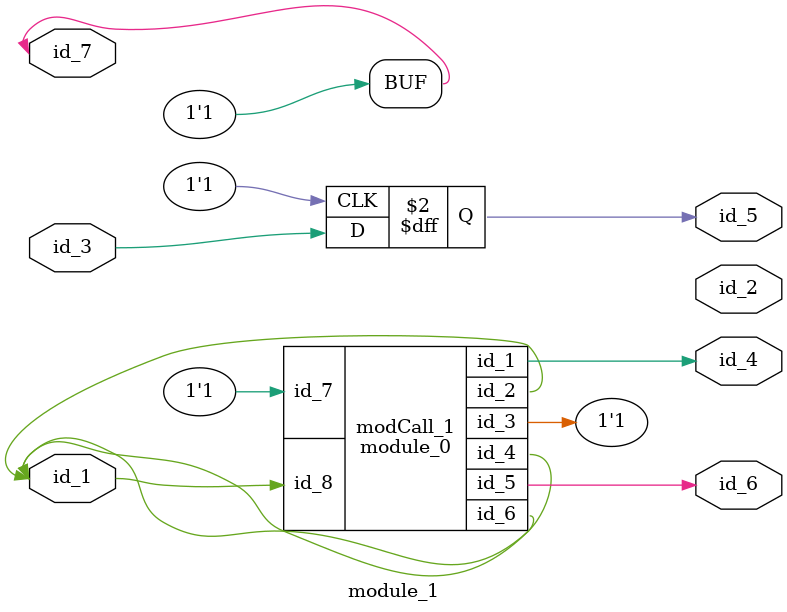
<source format=v>
module module_0 (
    id_1,
    id_2,
    id_3,
    id_4,
    id_5,
    id_6,
    id_7,
    id_8
);
  input wire id_8;
  input wire id_7;
  inout wire id_6;
  output wire id_5;
  output wire id_4;
  inout wire id_3;
  inout wire id_2;
  output wire id_1;
  wire id_9 = id_6;
  assign module_1.id_7 = 0;
endmodule
module module_1 (
    id_1,
    id_2,
    id_3,
    id_4,
    id_5,
    id_6,
    id_7
);
  inout wire id_7;
  output wire id_6;
  output wire id_5;
  output wire id_4;
  input wire id_3;
  output wire id_2;
  inout wire id_1;
  assign id_4 = $display;
  module_0 modCall_1 (
      id_4,
      id_1,
      id_7,
      id_1,
      id_6,
      id_1,
      id_7,
      id_1
  );
  assign id_7 = 1;
  always @(posedge id_7) id_5 = id_3;
endmodule

</source>
